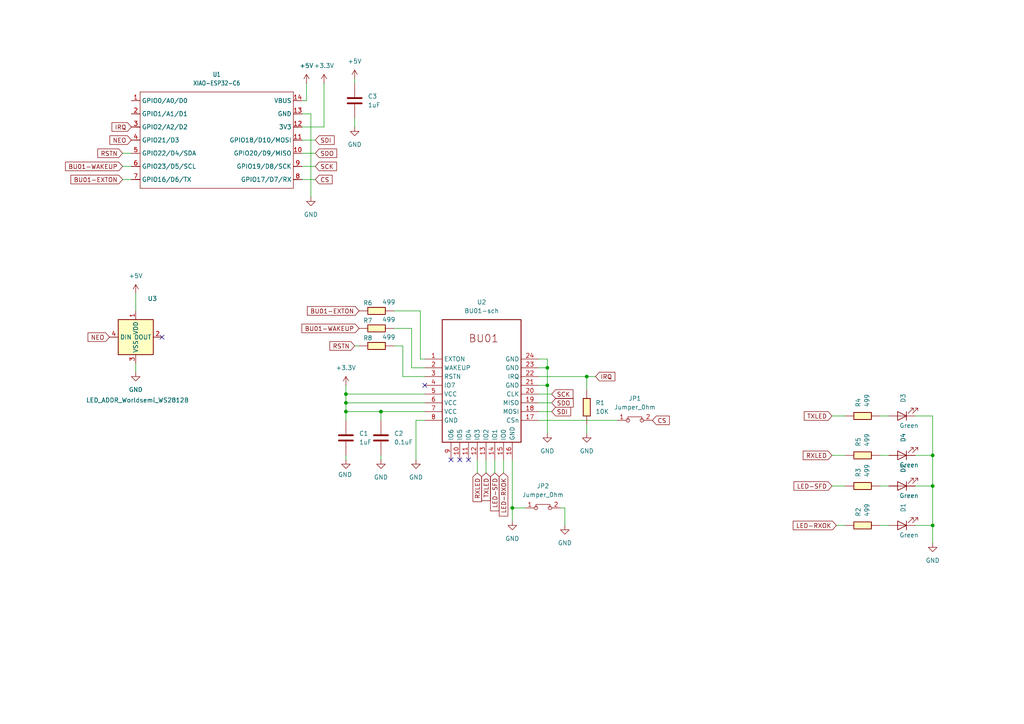
<source format=kicad_sch>
(kicad_sch (version 20250114) (generator "eeschema") (generator_version "9.0")
  (paper "A4")
  (lib_symbols
    (symbol "BU01:BU01-sch"
      (property "Reference" "U?" (at 0 0 0))
      (property "Value" "BU01-sch" (at 0 0 0))
      (symbol "BU01-sch_0_0"
        (rectangle (start 0 0) (end 22.86 -35.56) (stroke (width 0.254)))
        (text "BU01" (at 7.62 -4.1783 0) (effects (font (size 2.1717 2.1717)) (justify left top)))
      )
      (symbol "BU01-sch_1_0"
        (pin output line (at -5.08 -11.43 0) (length 5.08) (name "EXTON") (number "1"))
        (pin input line (at -5.08 -13.97 0) (length 5.08) (name "WAKEUP") (number "2"))
        (pin bidirectional line (at -5.08 -16.51 0) (length 5.08) (name "RSTN") (number "3"))
        (pin bidirectional line (at -5.08 -19.05 0) (length 5.08) (name "IO7") (number "4"))
        (pin power_in line (at -5.08 -21.59 0) (length 5.08) (name "VCC") (number "5"))
        (pin power_in line (at -5.08 -24.13 0) (length 5.08) (name "VCC") (number "6"))
        (pin power_in line (at -5.08 -26.67 0) (length 5.08) (name "VCC") (number "7"))
        (pin power_in line (at -5.08 -29.21 0) (length 5.08) (name "GND") (number "8"))
        (pin bidirectional line (at 2.54 -40.64 90) (length 5.08) (name "IO6") (number "9"))
        (pin bidirectional line (at 5.08 -40.64 90) (length 5.08) (name "IO5") (number "10"))
        (pin bidirectional line (at 7.62 -40.64 90) (length 5.08) (name "IO4") (number "11"))
        (pin bidirectional line (at 10.16 -40.64 90) (length 5.08) (name "IO3") (number "12"))
        (pin bidirectional line (at 12.7 -40.64 90) (length 5.08) (name "IO2") (number "13"))
        (pin bidirectional line (at 15.24 -40.64 90) (length 5.08) (name "IO1") (number "14"))
        (pin bidirectional line (at 17.78 -40.64 90) (length 5.08) (name "IO0") (number "15"))
        (pin power_in line (at 20.32 -40.64 90) (length 5.08) (name "GND") (number "16"))
        (pin power_in line (at 27.94 -11.43 180) (length 5.08) (name "GND") (number "24"))
        (pin power_in line (at 27.94 -13.97 180) (length 5.08) (name "GND") (number "23"))
        (pin output line (at 27.94 -16.51 180) (length 5.08) (name "IRQ") (number "22"))
        (pin power_in line (at 27.94 -19.05 180) (length 5.08) (name "GND") (number "21"))
        (pin input line (at 27.94 -21.59 180) (length 5.08) (name "CLK") (number "20"))
        (pin output line (at 27.94 -24.13 180) (length 5.08) (name "MISO") (number "19"))
        (pin input line (at 27.94 -26.67 180) (length 5.08) (name "MOSI") (number "18"))
        (pin input line (at 27.94 -29.21 180) (length 5.08) (name "CSn") (number "17"))
      )
    )
    (symbol "Seeed_Studio_XIAO_Series:XIAO_ESP32-C6-DIP"
      (property "Reference" "U" (at -20.574 17.018 0))
      (property "Value" "XIAO-ESP32-C6" (at -15.24 14.986 0))
      (symbol "XIAO_ESP32-C6-DIP_1_0"
        (polyline (pts (xy -21.59 13.97) (xy 22.86 13.97)) (stroke (width 0.1524)))
        (polyline (pts (xy -21.59 11.43) (xy -22.86 11.43)) (stroke (width 0.1524)))
        (polyline (pts (xy -21.59 11.43) (xy -21.59 13.97)) (stroke (width 0.1524)))
        (polyline (pts (xy -21.59 7.62) (xy -22.86 7.62)) (stroke (width 0.1524)))
        (polyline (pts (xy -21.59 7.62) (xy -21.59 11.43)) (stroke (width 0.1524)))
        (polyline (pts (xy -21.59 3.81) (xy -22.86 3.81)) (stroke (width 0.1524)))
        (polyline (pts (xy -21.59 3.81) (xy -21.59 7.62)) (stroke (width 0.1524)))
        (polyline (pts (xy -21.59 0) (xy -22.86 0)) (stroke (width 0.1524)))
        (polyline (pts (xy -21.59 0) (xy -21.59 3.81)) (stroke (width 0.1524)))
        (polyline (pts (xy -21.59 -3.81) (xy -22.86 -3.81)) (stroke (width 0.1524)))
        (polyline (pts (xy -21.59 -7.62) (xy -22.86 -7.62)) (stroke (width 0.1524)))
        (polyline (pts (xy -21.59 -11.43) (xy -22.86 -11.43)) (stroke (width 0.1524)))
        (polyline (pts (xy -21.59 -13.97) (xy -21.59 0)) (stroke (width 0.1524)))
        (polyline (pts (xy 22.86 13.97) (xy 22.86 11.43)) (stroke (width 0.1524)))
        (polyline (pts (xy 22.86 11.43) (xy 22.86 7.62)) (stroke (width 0.1524)))
        (polyline (pts (xy 22.86 7.62) (xy 22.86 3.81)) (stroke (width 0.1524)))
        (polyline (pts (xy 22.86 3.81) (xy 22.86 -13.97)) (stroke (width 0.1524)))
        (polyline (pts (xy 22.86 -13.97) (xy -21.59 -13.97)) (stroke (width 0.1524)))
        (polyline (pts (xy 24.13 11.43) (xy 22.86 11.43)) (stroke (width 0.1524)))
        (polyline (pts (xy 24.13 7.62) (xy 22.86 7.62)) (stroke (width 0.1524)))
        (polyline (pts (xy 24.13 3.81) (xy 22.86 3.81)) (stroke (width 0.1524)))
        (polyline (pts (xy 24.13 0) (xy 22.86 0)) (stroke (width 0.1524)))
        (polyline (pts (xy 24.13 -3.81) (xy 22.86 -3.81)) (stroke (width 0.1524)))
        (polyline (pts (xy 24.13 -7.62) (xy 22.86 -7.62)) (stroke (width 0.1524)))
        (polyline (pts (xy 24.13 -11.43) (xy 22.86 -11.43)) (stroke (width 0.1524)))
        (pin passive line (at -24.13 11.43 0) (length 2.54) (name "GPIO0/A0/D0") (number "1"))
        (pin passive line (at -24.13 7.62 0) (length 2.54) (name "GPIO1/A1/D1") (number "2"))
        (pin passive line (at -24.13 3.81 0) (length 2.54) (name "GPIO2/A2/D2") (number "3"))
        (pin passive line (at -24.13 0 0) (length 2.54) (name "GPIO21/D3") (number "4"))
        (pin passive line (at -24.13 -3.81 0) (length 2.54) (name "GPIO22/D4/SDA") (number "5"))
        (pin passive line (at -24.13 -7.62 0) (length 2.54) (name "GPIO23/D5/SCL") (number "6"))
        (pin passive line (at -24.13 -11.43 0) (length 2.54) (name "GPIO16/D6/TX") (number "7"))
        (pin passive line (at 25.4 11.43 180) (length 2.54) (name "VBUS") (number "14"))
        (pin passive line (at 25.4 7.62 180) (length 2.54) (name "GND") (number "13"))
        (pin passive line (at 25.4 3.81 180) (length 2.54) (name "3V3") (number "12"))
        (pin passive line (at 25.4 0 180) (length 2.54) (name "GPIO18/D10/MOSI") (number "11"))
        (pin passive line (at 25.4 -3.81 180) (length 2.54) (name "GPIO20/D9/MISO") (number "10"))
        (pin passive line (at 25.4 -7.62 180) (length 2.54) (name "GPIO19/D8/SCK") (number "9"))
        (pin passive line (at 25.4 -11.43 180) (length 2.54) (name "GPIO17/D7/RX") (number "8"))
      )
    )
    (symbol "fab:C_1206" (pin_numbers (hide yes))
      (property "Reference" "C" (at 0.635 2.54 0))
      (property "Value" "C_1206" (at 0.635 -2.54 0))
      (symbol "C_1206_0_1"
        (polyline (pts (xy -2.032 0.762) (xy 2.032 0.762)) (stroke (width 0.508)))
        (polyline (pts (xy -2.032 -0.762) (xy 2.032 -0.762)) (stroke (width 0.508)))
        (polyline (pts (xy 0 0.635) (xy 0 2.54)))
        (polyline (pts (xy 0 -0.635) (xy 0 -2.54)))
      )
      (symbol "C_1206_1_1"
        (pin passive line (at 0 5.08 270) (length 2.54) (name "~") (number "1"))
        (pin passive line (at 0 -5.08 90) (length 2.54) (name "~") (number "2"))
      )
    )
    (symbol "fab:Jumper_1206" (pin_names (offset 0) (hide yes))
      (property "Reference" "JP" (at 0 1.905 0))
      (property "Value" "Jumper_1206" (at 0 -2.54 0))
      (symbol "Jumper_1206_0_0"
        (circle (center -2.032 0) (radius 0.508))
        (circle (center 2.032 0) (radius 0.508))
      )
      (symbol "Jumper_1206_0_1"
        (polyline (pts (xy -2.032 0) (xy -2.032 1.016) (xy 2.032 1.016) (xy 2.032 0)))
      )
      (symbol "Jumper_1206_1_1"
        (pin passive line (at -5.08 0 0) (length 2.54) (name "A") (number "1"))
        (pin passive line (at 5.08 0 180) (length 2.54) (name "B") (number "2"))
      )
    )
    (symbol "fab:LED_1206" (pin_numbers (hide yes)) (pin_names (offset 1.016) (hide yes))
      (property "Reference" "D" (at 0 2.54 0))
      (property "Value" "LED_1206" (at 0 -2.54 0))
      (symbol "LED_1206_0_1"
        (polyline (pts (xy -3.048 -0.762) (xy -4.572 -2.286) (xy -3.81 -2.286) (xy -4.572 -2.286) (xy -4.572 -1.524)))
        (polyline (pts (xy -1.778 -0.762) (xy -3.302 -2.286) (xy -2.54 -2.286) (xy -3.302 -2.286) (xy -3.302 -1.524)))
        (polyline (pts (xy -1.27 0) (xy 1.27 0)))
        (polyline (pts (xy -1.27 -1.27) (xy -1.27 1.27)) (stroke (width 0.2032)))
        (polyline (pts (xy 1.27 -1.27) (xy 1.27 1.27) (xy -1.27 0) (xy 1.27 -1.27)) (stroke (width 0.2032)))
      )
      (symbol "LED_1206_1_1"
        (pin passive line (at -3.81 0 0) (length 2.54) (name "K") (number "1"))
        (pin passive line (at 3.81 0 180) (length 2.54) (name "A") (number "2"))
      )
    )
    (symbol "fab:LED_ADDR_Worldsemi_WS2812B"
      (property "Reference" "U" (at -5.08 5.715 0))
      (property "Value" "LED_ADDR_Worldsemi_WS2812B" (at 0.635 5.715 0))
      (symbol "LED_ADDR_Worldsemi_WS2812B_0_1"
        (rectangle (start -5.08 5.08) (end 5.08 -5.08) (stroke (width 0.254)) (fill (type background)))
      )
      (symbol "LED_ADDR_Worldsemi_WS2812B_1_1"
        (pin input line (at -7.62 0 0) (length 2.54) (name "DIN") (number "4"))
        (pin power_in line (at 0 7.62 270) (length 2.54) (name "VDD") (number "1"))
        (pin power_in line (at 0 -7.62 90) (length 2.54) (name "VSS") (number "3"))
        (pin output line (at 7.62 0 180) (length 2.54) (name "DOUT") (number "2"))
      )
    )
    (symbol "fab:R_1206" (pin_numbers (hide yes)) (pin_names (offset 0))
      (property "Reference" "R" (at 2.54 0 90))
      (property "Value" "R_1206" (at -2.54 0 90))
      (symbol "R_1206_0_1"
        (rectangle (start -1.016 -2.54) (end 1.016 2.54) (stroke (width 0.254)) (fill (type background)))
      )
      (symbol "R_1206_1_1"
        (pin passive line (at 0 5.08 270) (length 2.54) (name "~") (number "1"))
        (pin passive line (at 0 -5.08 90) (length 2.54) (name "~") (number "2"))
      )
    )
    (symbol "power:+3.3V" (power) (pin_numbers (hide yes)) (pin_names (offset 0) (hide yes))
      (property "Value" "+3.3V" (at 0 3.556 0))
      (symbol "+3.3V_0_1"
        (polyline (pts (xy -0.762 1.27) (xy 0 2.54)))
        (polyline (pts (xy 0 2.54) (xy 0.762 1.27)))
        (polyline (pts (xy 0 0) (xy 0 2.54)))
      )
      (symbol "+3.3V_1_1"
        (pin power_in line (at 0 0 90) (length 0) (name "~") (number "1"))
      )
    )
    (symbol "power:+5V" (power) (pin_numbers (hide yes)) (pin_names (offset 0) (hide yes))
      (property "Value" "+5V" (at 0 3.556 0))
      (symbol "+5V_0_1"
        (polyline (pts (xy -0.762 1.27) (xy 0 2.54)))
        (polyline (pts (xy 0 2.54) (xy 0.762 1.27)))
        (polyline (pts (xy 0 0) (xy 0 2.54)))
      )
      (symbol "+5V_1_1"
        (pin power_in line (at 0 0 90) (length 0) (name "~") (number "1"))
      )
    )
    (symbol "power:GND" (power) (pin_numbers (hide yes)) (pin_names (offset 0) (hide yes))
      (property "Value" "GND" (at 0 -3.81 0))
      (symbol "GND_0_1"
        (polyline (pts (xy 0 0) (xy 0 -1.27) (xy 1.27 -1.27) (xy 0 -2.54) (xy -1.27 -1.27) (xy 0 -1.27)))
      )
      (symbol "GND_1_1"
        (pin power_in line (at 0 0 270) (length 0) (name "~") (number "1"))
      )
    )
  )
  (junction (at 170.18 109.22))
  (junction (at 270.51 152.4))
  (junction (at 270.51 140.97))
  (junction (at 158.75 106.68))
  (junction (at 110.49 119.38))
  (junction (at 148.59 147.32))
  (junction (at 158.75 111.76))
  (junction (at 270.51 132.08))
  (junction (at 100.33 116.84))
  (junction (at 100.33 114.3))
  (junction (at 100.33 119.38))
  (no_connect (at 130.81 133.35))
  (no_connect (at 133.35 133.35))
  (no_connect (at 46.99 97.79))
  (no_connect (at 123.19 111.76))
  (no_connect (at 135.89 133.35))
  (wire (pts (xy 35.56 48.26) (xy 38.1 48.26)))
  (wire (pts (xy 265.43 132.08) (xy 270.51 132.08)))
  (wire (pts (xy 156.21 111.76) (xy 158.75 111.76)))
  (wire (pts (xy 121.92 104.14) (xy 123.19 104.14)))
  (wire (pts (xy 102.87 36.83) (xy 102.87 34.29)))
  (wire (pts (xy 270.51 152.4) (xy 270.51 140.97)))
  (wire (pts (xy 116.84 109.22) (xy 116.84 100.33)))
  (wire (pts (xy 88.9 24.13) (xy 88.9 29.21)))
  (wire (pts (xy 91.44 48.26) (xy 87.63 48.26)))
  (wire (pts (xy 158.75 104.14) (xy 156.21 104.14)))
  (wire (pts (xy 265.43 152.4) (xy 270.51 152.4)))
  (wire (pts (xy 121.92 90.17) (xy 114.3 90.17)))
  (wire (pts (xy 172.72 109.22) (xy 170.18 109.22)))
  (wire (pts (xy 90.17 57.15) (xy 90.17 33.02)))
  (wire (pts (xy 102.87 100.33) (xy 104.14 100.33)))
  (wire (pts (xy 39.37 105.41) (xy 39.37 107.95)))
  (wire (pts (xy 242.57 152.4) (xy 245.11 152.4)))
  (wire (pts (xy 120.65 121.92) (xy 123.19 121.92)))
  (wire (pts (xy 120.65 133.35) (xy 120.65 121.92)))
  (wire (pts (xy 35.56 44.45) (xy 38.1 44.45)))
  (wire (pts (xy 35.56 52.07) (xy 38.1 52.07)))
  (wire (pts (xy 257.81 132.08) (xy 255.27 132.08)))
  (wire (pts (xy 257.81 152.4) (xy 255.27 152.4)))
  (wire (pts (xy 170.18 125.73) (xy 170.18 123.19)))
  (wire (pts (xy 270.51 132.08) (xy 270.51 120.65)))
  (wire (pts (xy 121.92 104.14) (xy 121.92 90.17)))
  (wire (pts (xy 100.33 114.3) (xy 100.33 116.84)))
  (wire (pts (xy 116.84 100.33) (xy 114.3 100.33)))
  (wire (pts (xy 146.05 137.16) (xy 146.05 133.35)))
  (wire (pts (xy 156.21 106.68) (xy 158.75 106.68)))
  (wire (pts (xy 110.49 119.38) (xy 110.49 121.92)))
  (wire (pts (xy 160.02 114.3) (xy 156.21 114.3)))
  (wire (pts (xy 100.33 116.84) (xy 100.33 119.38)))
  (wire (pts (xy 156.21 116.84) (xy 160.02 116.84)))
  (wire (pts (xy 163.83 152.4) (xy 163.83 147.32)))
  (wire (pts (xy 270.51 120.65) (xy 265.43 120.65)))
  (wire (pts (xy 158.75 106.68) (xy 158.75 104.14)))
  (wire (pts (xy 88.9 29.21) (xy 87.63 29.21)))
  (wire (pts (xy 123.19 106.68) (xy 119.38 106.68)))
  (wire (pts (xy 143.51 137.16) (xy 143.51 133.35)))
  (wire (pts (xy 257.81 140.97) (xy 255.27 140.97)))
  (wire (pts (xy 170.18 109.22) (xy 170.18 113.03)))
  (wire (pts (xy 270.51 140.97) (xy 270.51 132.08)))
  (wire (pts (xy 265.43 140.97) (xy 270.51 140.97)))
  (wire (pts (xy 257.81 120.65) (xy 255.27 120.65)))
  (wire (pts (xy 163.83 147.32) (xy 162.56 147.32)))
  (wire (pts (xy 270.51 157.48) (xy 270.51 152.4)))
  (wire (pts (xy 148.59 147.32) (xy 152.4 147.32)))
  (wire (pts (xy 93.98 36.83) (xy 87.63 36.83)))
  (wire (pts (xy 100.33 114.3) (xy 123.19 114.3)))
  (wire (pts (xy 100.33 111.76) (xy 100.33 114.3)))
  (wire (pts (xy 100.33 116.84) (xy 123.19 116.84)))
  (wire (pts (xy 138.43 137.16) (xy 138.43 133.35)))
  (wire (pts (xy 158.75 111.76) (xy 158.75 106.68)))
  (wire (pts (xy 91.44 52.07) (xy 87.63 52.07)))
  (wire (pts (xy 90.17 33.02) (xy 87.63 33.02)))
  (wire (pts (xy 148.59 151.13) (xy 148.59 147.32)))
  (wire (pts (xy 39.37 85.09) (xy 39.37 90.17)))
  (wire (pts (xy 102.87 22.86) (xy 102.87 24.13)))
  (wire (pts (xy 156.21 119.38) (xy 160.02 119.38)))
  (wire (pts (xy 148.59 147.32) (xy 148.59 133.35)))
  (wire (pts (xy 100.33 119.38) (xy 100.33 121.92)))
  (wire (pts (xy 123.19 109.22) (xy 116.84 109.22)))
  (wire (pts (xy 241.3 132.08) (xy 245.11 132.08)))
  (wire (pts (xy 123.19 119.38) (xy 110.49 119.38)))
  (wire (pts (xy 241.3 120.65) (xy 245.11 120.65)))
  (wire (pts (xy 110.49 133.35) (xy 110.49 132.08)))
  (wire (pts (xy 110.49 119.38) (xy 100.33 119.38)))
  (wire (pts (xy 170.18 109.22) (xy 156.21 109.22)))
  (wire (pts (xy 93.98 24.13) (xy 93.98 36.83)))
  (wire (pts (xy 241.3 140.97) (xy 245.11 140.97)))
  (wire (pts (xy 140.97 137.16) (xy 140.97 133.35)))
  (wire (pts (xy 119.38 106.68) (xy 119.38 95.25)))
  (wire (pts (xy 91.44 40.64) (xy 87.63 40.64)))
  (wire (pts (xy 100.33 133.35) (xy 100.33 132.08)))
  (wire (pts (xy 119.38 95.25) (xy 114.3 95.25)))
  (wire (pts (xy 158.75 125.73) (xy 158.75 111.76)))
  (wire (pts (xy 91.44 44.45) (xy 87.63 44.45)))
  (wire (pts (xy 156.21 121.92) (xy 179.07 121.92)))
  (global_label "TXLED" (shape input) (at 241.3 120.65 180) (property "Intersheetrefs" "${INTERSHEET_REFS}" (effects (hide yes))))
  (global_label "CS" (shape input) (at 91.44 52.07 0) (property "Intersheetrefs" "${INTERSHEET_REFS}" (effects (hide yes))))
  (global_label "LED-SFD" (shape input) (at 241.3 140.97 180) (property "Intersheetrefs" "${INTERSHEET_REFS}" (effects (hide yes))))
  (global_label "RSTN" (shape input) (at 102.87 100.33 180) (property "Intersheetrefs" "${INTERSHEET_REFS}" (effects (hide yes))))
  (global_label "RXLED" (shape input) (at 138.43 137.16 270) (property "Intersheetrefs" "${INTERSHEET_REFS}" (effects (hide yes))))
  (global_label "SDO" (shape input) (at 91.44 44.45 0) (property "Intersheetrefs" "${INTERSHEET_REFS}" (effects (hide yes))))
  (global_label "SDI" (shape input) (at 91.44 40.64 0) (property "Intersheetrefs" "${INTERSHEET_REFS}" (effects (hide yes))))
  (global_label "RXLED" (shape input) (at 241.3 132.08 180) (property "Intersheetrefs" "${INTERSHEET_REFS}" (effects (hide yes))))
  (global_label "LED-SFD" (shape input) (at 143.51 137.16 270) (property "Intersheetrefs" "${INTERSHEET_REFS}" (effects (hide yes))))
  (global_label "CS" (shape input) (at 189.23 121.92 0) (property "Intersheetrefs" "${INTERSHEET_REFS}" (effects (hide yes))))
  (global_label "SDI" (shape input) (at 160.02 119.38 0) (property "Intersheetrefs" "${INTERSHEET_REFS}" (effects (hide yes))))
  (global_label "NEO" (shape input) (at 38.1 40.64 180) (property "Intersheetrefs" "${INTERSHEET_REFS}" (effects (hide yes))))
  (global_label "RSTN" (shape input) (at 35.56 44.45 180) (property "Intersheetrefs" "${INTERSHEET_REFS}" (effects (hide yes))))
  (global_label "LED-RXOK" (shape input) (at 146.05 137.16 270) (property "Intersheetrefs" "${INTERSHEET_REFS}" (effects (hide yes))))
  (global_label "BU01-EXTON" (shape input) (at 104.14 90.17 180) (property "Intersheetrefs" "${INTERSHEET_REFS}" (effects (hide yes))))
  (global_label "TXLED" (shape input) (at 140.97 137.16 270) (property "Intersheetrefs" "${INTERSHEET_REFS}" (effects (hide yes))))
  (global_label "SCK" (shape input) (at 160.02 114.3 0) (property "Intersheetrefs" "${INTERSHEET_REFS}" (effects (hide yes))))
  (global_label "NEO" (shape input) (at 31.75 97.79 180) (property "Intersheetrefs" "${INTERSHEET_REFS}" (effects (hide yes))))
  (global_label "BU01-WAKEUP" (shape input) (at 35.56 48.26 180) (property "Intersheetrefs" "${INTERSHEET_REFS}" (effects (hide yes))))
  (global_label "IRQ" (shape input) (at 172.72 109.22 0) (property "Intersheetrefs" "${INTERSHEET_REFS}" (effects (hide yes))))
  (global_label "BU01-EXTON" (shape input) (at 35.56 52.07 180) (property "Intersheetrefs" "${INTERSHEET_REFS}" (effects (hide yes))))
  (global_label "BU01-WAKEUP" (shape input) (at 104.14 95.25 180) (property "Intersheetrefs" "${INTERSHEET_REFS}" (effects (hide yes))))
  (global_label "SCK" (shape input) (at 91.44 48.26 0) (property "Intersheetrefs" "${INTERSHEET_REFS}" (effects (hide yes))))
  (global_label "LED-RXOK" (shape input) (at 242.57 152.4 180) (property "Intersheetrefs" "${INTERSHEET_REFS}" (effects (hide yes))))
  (global_label "SDO" (shape input) (at 160.02 116.84 0) (property "Intersheetrefs" "${INTERSHEET_REFS}" (effects (hide yes))))
  (global_label "IRQ" (shape input) (at 38.1 36.83 180) (property "Intersheetrefs" "${INTERSHEET_REFS}" (effects (hide yes))))
  (symbol (lib_id "fab:R_1206") (at 109.22 100.33 90) (unit 1)
    (property "Reference" "R8" (at 106.68 98.044 90))
    (property "Value" "499" (at 112.776 97.79 90))
    (property "Footprint" "fab:R_1206" (effects (hide yes)))
    (property "Description" "Resistor" (effects (hide yes)))
  )
  (symbol (lib_id "fab:LED_1206") (at 261.62 140.97 180) (unit 1)
    (property "Reference" "D2" (at 261.9501 137.16 90) (effects (justify right)))
    (property "Value" "Green" (at 260.858 143.764 0) (effects (justify right)))
    (property "Footprint" "fab:LED_1206" (effects (hide yes)))
    (property "Datasheet" "https://optoelectronics.liteon.com/upload/download/DS-22-98-0002/LTST-C150CKT.pdf" (effects (hide yes)))
    (property "Description" "Light emitting diode, Lite-On Inc. LTST, SMD" (effects (hide yes)))
  )
  (symbol (lib_id "BU01:BU01-sch") (at 128.27 92.71 0) (unit 1)
    (property "Reference" "U2" (at 139.7 87.63 0))
    (property "Value" "BU01-sch" (at 139.7 90.17 0))
    (property "Footprint" "BU01:BU01" (effects (hide yes)))
    (property "Datasheet" "https://docs.ai-thinker.com/_media/uwb/docs/bu-01_product_specification_en_v1.0.pdf" (effects (hide yes)))
    (property "Supplier" "AI-Thinker" (effects (hide yes)))
  )
  (symbol (lib_id "fab:C_1206") (at 110.49 127 0) (unit 1)
    (property "Reference" "C2" (at 114.3 125.7299 0) (effects (justify left)))
    (property "Value" "0.1uF" (at 114.3 128.2699 0) (effects (justify left)))
    (property "Footprint" "fab:C_1206" (effects (hide yes)))
    (property "Datasheet" "https://www.yageo.com/upload/media/product/productsearch/datasheet/mlcc/UPY-GP_NP0_16V-to-50V_18.pdf" (effects (hide yes)))
    (property "Description" "Unpolarized capacitor, SMD, 1206" (effects (hide yes)))
  )
  (symbol (lib_id "fab:R_1206") (at 250.19 152.4 90) (unit 1)
    (property "Reference" "R2" (at 248.9199 149.86 0) (effects (justify left)))
    (property "Value" "499" (at 251.4599 149.86 0) (effects (justify left)))
    (property "Footprint" "fab:R_1206" (effects (hide yes)))
    (property "Description" "Resistor" (effects (hide yes)))
  )
  (symbol (lib_id "power:GND") (at 120.65 133.35 0) (unit 1)
    (property "Reference" "#PWR06" (effects (hide yes)))
    (property "Value" "GND" (at 120.65 138.43 0))
    (property "Description" "Power symbol creates a global label with name \"GND\" , ground" (effects (hide yes)))
  )
  (symbol (lib_id "power:+3.3V") (at 93.98 24.13 0) (unit 1)
    (property "Reference" "#PWR02" (effects (hide yes)))
    (property "Value" "+3.3V" (at 93.98 19.05 0))
    (property "Description" "Power symbol creates a global label with name \"+3.3V\"" (effects (hide yes)))
  )
  (symbol (lib_id "power:+5V") (at 102.87 22.86 0) (unit 1)
    (property "Reference" "#PWR013" (effects (hide yes)))
    (property "Value" "+5V" (at 102.87 17.78 0))
    (property "Description" "Power symbol creates a global label with name \"+5V\"" (effects (hide yes)))
  )
  (symbol (lib_id "fab:Jumper_1206") (at 184.15 121.92 0) (unit 1)
    (property "Reference" "JP1" (at 184.15 115.57 0))
    (property "Value" "Jumper_0hm" (at 184.15 118.11 0))
    (property "Footprint" "fab:Jumper_1206" (effects (hide yes)))
    (property "Description" "Jumper based on 0 Ohm 1206 resistor" (effects (hide yes)))
  )
  (symbol (lib_id "fab:R_1206") (at 109.22 95.25 90) (unit 1)
    (property "Reference" "R7" (at 106.68 92.964 90))
    (property "Value" "499" (at 112.776 92.71 90))
    (property "Footprint" "fab:R_1206" (effects (hide yes)))
    (property "Description" "Resistor" (effects (hide yes)))
  )
  (symbol (lib_id "fab:LED_1206") (at 261.62 152.4 180) (unit 1)
    (property "Reference" "D1" (at 261.9501 148.59 90) (effects (justify right)))
    (property "Value" "Green" (at 260.858 155.194 0) (effects (justify right)))
    (property "Footprint" "fab:LED_1206" (effects (hide yes)))
    (property "Datasheet" "https://optoelectronics.liteon.com/upload/download/DS-22-98-0002/LTST-C150CKT.pdf" (effects (hide yes)))
    (property "Description" "Light emitting diode, Lite-On Inc. LTST, SMD" (effects (hide yes)))
  )
  (symbol (lib_id "fab:R_1206") (at 109.22 90.17 90) (unit 1)
    (property "Reference" "R6" (at 106.68 87.884 90))
    (property "Value" "499" (at 112.776 87.63 90))
    (property "Footprint" "fab:R_1206" (effects (hide yes)))
    (property "Description" "Resistor" (effects (hide yes)))
  )
  (symbol (lib_id "power:+5V") (at 39.37 85.09 0) (unit 1)
    (property "Reference" "#PWR011" (effects (hide yes)))
    (property "Value" "+5V" (at 39.37 80.01 0))
    (property "Description" "Power symbol creates a global label with name \"+5V\"" (effects (hide yes)))
  )
  (symbol (lib_id "power:GND") (at 102.87 36.83 0) (unit 1)
    (property "Reference" "#PWR014" (effects (hide yes)))
    (property "Value" "GND" (at 102.87 41.91 0))
    (property "Description" "Power symbol creates a global label with name \"GND\" , ground" (effects (hide yes)))
  )
  (symbol (lib_id "power:GND") (at 90.17 57.15 0) (unit 1)
    (property "Reference" "#PWR03" (effects (hide yes)))
    (property "Value" "GND" (at 90.17 62.23 0))
    (property "Description" "Power symbol creates a global label with name \"GND\" , ground" (effects (hide yes)))
  )
  (symbol (lib_id "power:GND") (at 158.75 125.73 0) (unit 1)
    (property "Reference" "#PWR05" (effects (hide yes)))
    (property "Value" "GND" (at 158.75 130.81 0))
    (property "Description" "Power symbol creates a global label with name \"GND\" , ground" (effects (hide yes)))
  )
  (symbol (lib_id "power:+3.3V") (at 100.33 111.76 0) (unit 1)
    (property "Reference" "#PWR09" (effects (hide yes)))
    (property "Value" "+3.3V" (at 100.33 106.68 0))
    (property "Description" "Power symbol creates a global label with name \"+3.3V\"" (effects (hide yes)))
  )
  (symbol (lib_id "power:GND") (at 110.49 133.35 0) (unit 1)
    (property "Reference" "#PWR07" (effects (hide yes)))
    (property "Value" "GND" (at 110.49 138.43 0))
    (property "Description" "Power symbol creates a global label with name \"GND\" , ground" (effects (hide yes)))
  )
  (symbol (lib_id "fab:R_1206") (at 170.18 118.11 0) (unit 1)
    (property "Reference" "R1" (at 172.72 116.8399 0) (effects (justify left)))
    (property "Value" "10K" (at 172.72 119.3799 0) (effects (justify left)))
    (property "Footprint" "fab:R_1206" (effects (hide yes)))
    (property "Description" "Resistor" (effects (hide yes)))
  )
  (symbol (lib_id "power:GND") (at 148.59 151.13 0) (unit 1)
    (property "Reference" "#PWR04" (effects (hide yes)))
    (property "Value" "GND" (at 148.59 156.21 0))
    (property "Description" "Power symbol creates a global label with name \"GND\" , ground" (effects (hide yes)))
  )
  (symbol (lib_id "fab:R_1206") (at 250.19 140.97 90) (unit 1)
    (property "Reference" "R3" (at 248.9199 138.43 0) (effects (justify left)))
    (property "Value" "499" (at 251.4599 138.43 0) (effects (justify left)))
    (property "Footprint" "fab:R_1206" (effects (hide yes)))
    (property "Description" "Resistor" (effects (hide yes)))
  )
  (symbol (lib_id "power:+5V") (at 88.9 24.13 0) (unit 1)
    (property "Reference" "#PWR01" (effects (hide yes)))
    (property "Value" "+5V" (at 88.9 19.05 0))
    (property "Description" "Power symbol creates a global label with name \"+5V\"" (effects (hide yes)))
  )
  (symbol (lib_id "fab:LED_1206") (at 261.62 132.08 180) (unit 1)
    (property "Reference" "D4" (at 261.9501 128.27 90) (effects (justify right)))
    (property "Value" "Green" (at 260.858 134.874 0) (effects (justify right)))
    (property "Footprint" "fab:LED_1206" (effects (hide yes)))
    (property "Datasheet" "https://optoelectronics.liteon.com/upload/download/DS-22-98-0002/LTST-C150CKT.pdf" (effects (hide yes)))
    (property "Description" "Light emitting diode, Lite-On Inc. LTST, SMD" (effects (hide yes)))
  )
  (symbol (lib_id "power:GND") (at 39.37 107.95 0) (unit 1)
    (property "Reference" "#PWR012" (effects (hide yes)))
    (property "Value" "GND" (at 39.37 113.03 0))
    (property "Description" "Power symbol creates a global label with name \"GND\" , ground" (effects (hide yes)))
  )
  (symbol (lib_id "power:GND") (at 100.33 133.35 0) (unit 1)
    (property "Reference" "#PWR08" (effects (hide yes)))
    (property "Value" "GND" (at 100.076 137.668 0))
    (property "Description" "Power symbol creates a global label with name \"GND\" , ground" (effects (hide yes)))
  )
  (symbol (lib_id "fab:LED_ADDR_Worldsemi_WS2812B") (at 39.37 97.79 0) (unit 1)
    (property "Reference" "U3" (at 44.196 86.614 0))
    (property "Value" "LED_ADDR_Worldsemi_WS2812B" (at 39.878 116.078 0))
    (property "Footprint" "fab:LED_ADDR_Worldsemi_WS2812B" (effects (hide yes)))
    (property "Datasheet" "http://cdn.sparkfun.com/datasheets/BreakoutBoards/WS2812B.pdf" (effects (hide yes)))
    (property "Description" "Worldsemi WS2812B, Adafruit Industries LLC ADDRESS LED SERIAL RGB 100PK" (effects (hide yes)))
  )
  (symbol (lib_id "power:GND") (at 163.83 152.4 0) (unit 1)
    (property "Reference" "#PWR016" (effects (hide yes)))
    (property "Value" "GND" (at 163.83 157.48 0))
    (property "Description" "Power symbol creates a global label with name \"GND\" , ground" (effects (hide yes)))
  )
  (symbol (lib_id "fab:C_1206") (at 102.87 29.21 0) (unit 1)
    (property "Reference" "C3" (at 106.68 27.9399 0) (effects (justify left)))
    (property "Value" "1uF" (at 106.68 30.4799 0) (effects (justify left)))
    (property "Footprint" "fab:C_1206" (effects (hide yes)))
    (property "Datasheet" "https://www.yageo.com/upload/media/product/productsearch/datasheet/mlcc/UPY-GP_NP0_16V-to-50V_18.pdf" (effects (hide yes)))
    (property "Description" "Unpolarized capacitor, SMD, 1206" (effects (hide yes)))
  )
  (symbol (lib_id "fab:Jumper_1206") (at 157.48 147.32 0) (unit 1)
    (property "Reference" "JP2" (at 157.48 140.97 0))
    (property "Value" "Jumper_0hm" (at 157.48 143.51 0))
    (property "Footprint" "fab:Jumper_1206" (effects (hide yes)))
    (property "Description" "Jumper based on 0 Ohm 1206 resistor" (effects (hide yes)))
  )
  (symbol (lib_id "power:GND") (at 170.18 125.73 0) (unit 1)
    (property "Reference" "#PWR010" (effects (hide yes)))
    (property "Value" "GND" (at 170.18 130.81 0))
    (property "Description" "Power symbol creates a global label with name \"GND\" , ground" (effects (hide yes)))
  )
  (symbol (lib_id "fab:R_1206") (at 250.19 132.08 90) (unit 1)
    (property "Reference" "R5" (at 248.9199 129.54 0) (effects (justify left)))
    (property "Value" "499" (at 251.4599 129.54 0) (effects (justify left)))
    (property "Footprint" "fab:R_1206" (effects (hide yes)))
    (property "Description" "Resistor" (effects (hide yes)))
  )
  (symbol (lib_id "fab:C_1206") (at 100.33 127 0) (unit 1)
    (property "Reference" "C1" (at 104.14 125.7299 0) (effects (justify left)))
    (property "Value" "1uF" (at 104.14 128.2699 0) (effects (justify left)))
    (property "Footprint" "fab:C_1206" (effects (hide yes)))
    (property "Datasheet" "https://www.yageo.com/upload/media/product/productsearch/datasheet/mlcc/UPY-GP_NP0_16V-to-50V_18.pdf" (effects (hide yes)))
    (property "Description" "Unpolarized capacitor, SMD, 1206" (effects (hide yes)))
  )
  (symbol (lib_id "power:GND") (at 270.51 157.48 0) (unit 1)
    (property "Reference" "#PWR015" (effects (hide yes)))
    (property "Value" "GND" (at 270.51 162.56 0))
    (property "Description" "Power symbol creates a global label with name \"GND\" , ground" (effects (hide yes)))
  )
  (symbol (lib_id "fab:R_1206") (at 250.19 120.65 90) (unit 1)
    (property "Reference" "R4" (at 248.9199 118.11 0) (effects (justify left)))
    (property "Value" "499" (at 251.4599 118.11 0) (effects (justify left)))
    (property "Footprint" "fab:R_1206" (effects (hide yes)))
    (property "Description" "Resistor" (effects (hide yes)))
  )
  (symbol (lib_id "fab:LED_1206") (at 261.62 120.65 180) (unit 1)
    (property "Reference" "D3" (at 261.9501 116.84 90) (effects (justify right)))
    (property "Value" "Green" (at 260.858 123.444 0) (effects (justify right)))
    (property "Footprint" "fab:LED_1206" (effects (hide yes)))
    (property "Datasheet" "https://optoelectronics.liteon.com/upload/download/DS-22-98-0002/LTST-C150CKT.pdf" (effects (hide yes)))
    (property "Description" "Light emitting diode, Lite-On Inc. LTST, SMD" (effects (hide yes)))
  )
  (symbol (lib_id "Seeed_Studio_XIAO_Series:XIAO_ESP32-C6-DIP") (at 62.23 40.64 0) (unit 1)
    (property "Reference" "U1" (at 62.865 21.59 0) (effects (font (size 1.27 1.0795))))
    (property "Value" "XIAO-ESP32-C6" (at 62.865 24.13 0) (effects (font (size 1.27 1.0795))))
    (property "Footprint" "Seeed Studio XIAO Series Library:XIAO-ESP32C6-SMD" (effects (hide yes)))
    (property "SKU" "XIAO-DIP" (effects (hide yes)))
  )
)
</source>
